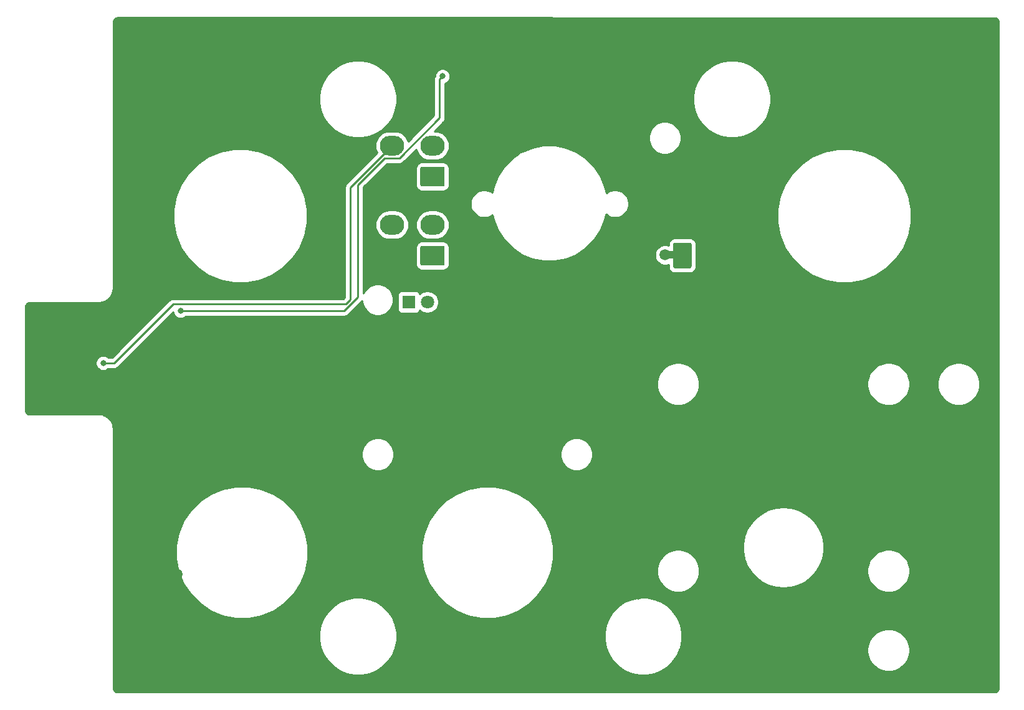
<source format=gbr>
%TF.GenerationSoftware,KiCad,Pcbnew,(5.1.9)-1*%
%TF.CreationDate,2022-08-07T13:29:13-06:00*%
%TF.ProjectId,ECS Panel PCB V2,45435320-5061-46e6-956c-205043422056,rev?*%
%TF.SameCoordinates,Original*%
%TF.FileFunction,Copper,L2,Bot*%
%TF.FilePolarity,Positive*%
%FSLAX46Y46*%
G04 Gerber Fmt 4.6, Leading zero omitted, Abs format (unit mm)*
G04 Created by KiCad (PCBNEW (5.1.9)-1) date 2022-08-07 13:29:13*
%MOMM*%
%LPD*%
G01*
G04 APERTURE LIST*
%TA.AperFunction,ComponentPad*%
%ADD10O,3.300000X2.700000*%
%TD*%
%TA.AperFunction,ComponentPad*%
%ADD11C,1.800000*%
%TD*%
%TA.AperFunction,ComponentPad*%
%ADD12R,1.800000X1.800000*%
%TD*%
%TA.AperFunction,ViaPad*%
%ADD13C,1.500000*%
%TD*%
%TA.AperFunction,ViaPad*%
%ADD14C,0.800000*%
%TD*%
%TA.AperFunction,Conductor*%
%ADD15C,1.000000*%
%TD*%
%TA.AperFunction,Conductor*%
%ADD16C,0.250000*%
%TD*%
%TA.AperFunction,Conductor*%
%ADD17C,0.254000*%
%TD*%
%TA.AperFunction,Conductor*%
%ADD18C,0.100000*%
%TD*%
G04 APERTURE END LIST*
D10*
%TO.P,J2,4*%
%TO.N,/DATAOUT*%
X71936000Y-95800000D03*
%TO.P,J2,3*%
%TO.N,/LEDGND*%
X71936000Y-100000000D03*
%TO.P,J2,2*%
%TO.N,/LED+5V*%
X77436000Y-95800000D03*
%TO.P,J2,1*%
%TA.AperFunction,ComponentPad*%
G36*
G01*
X78835999Y-101350000D02*
X76036001Y-101350000D01*
G75*
G02*
X75786000Y-101099999I0J250001D01*
G01*
X75786000Y-98900001D01*
G75*
G02*
X76036001Y-98650000I250001J0D01*
G01*
X78835999Y-98650000D01*
G75*
G02*
X79086000Y-98900001I0J-250001D01*
G01*
X79086000Y-101099999D01*
G75*
G02*
X78835999Y-101350000I-250001J0D01*
G01*
G37*
%TD.AperFunction*%
%TD*%
%TO.P,J1,4*%
%TO.N,/DATAIN*%
X71936000Y-85048600D03*
%TO.P,J1,3*%
%TO.N,/LEDGND*%
X71936000Y-89248600D03*
%TO.P,J1,2*%
%TO.N,/LED+5V*%
X77436000Y-85048600D03*
%TO.P,J1,1*%
%TA.AperFunction,ComponentPad*%
G36*
G01*
X78835999Y-90598600D02*
X76036001Y-90598600D01*
G75*
G02*
X75786000Y-90348599I0J250001D01*
G01*
X75786000Y-88148601D01*
G75*
G02*
X76036001Y-87898600I250001J0D01*
G01*
X78835999Y-87898600D01*
G75*
G02*
X79086000Y-88148601I0J-250001D01*
G01*
X79086000Y-90348599D01*
G75*
G02*
X78835999Y-90598600I-250001J0D01*
G01*
G37*
%TD.AperFunction*%
%TD*%
D11*
%TO.P,D1,2*%
%TO.N,/LED+5V*%
X76740000Y-106300000D03*
D12*
%TO.P,D1,1*%
%TO.N,Net-(D1-Pad1)*%
X74200000Y-106300000D03*
%TD*%
%TO.P,C1,2*%
%TO.N,/LEDGND*%
%TA.AperFunction,SMDPad,CuDef*%
G36*
G01*
X112379000Y-95223000D02*
X110379000Y-95223000D01*
G75*
G02*
X110129000Y-94973000I0J250000D01*
G01*
X110129000Y-91973000D01*
G75*
G02*
X110379000Y-91723000I250000J0D01*
G01*
X112379000Y-91723000D01*
G75*
G02*
X112629000Y-91973000I0J-250000D01*
G01*
X112629000Y-94973000D01*
G75*
G02*
X112379000Y-95223000I-250000J0D01*
G01*
G37*
%TD.AperFunction*%
%TO.P,C1,1*%
%TO.N,/LED+5V*%
%TA.AperFunction,SMDPad,CuDef*%
G36*
G01*
X112379000Y-101723000D02*
X110379000Y-101723000D01*
G75*
G02*
X110129000Y-101473000I0J250000D01*
G01*
X110129000Y-98473000D01*
G75*
G02*
X110379000Y-98223000I250000J0D01*
G01*
X112379000Y-98223000D01*
G75*
G02*
X112629000Y-98473000I0J-250000D01*
G01*
X112629000Y-101473000D01*
G75*
G02*
X112379000Y-101723000I-250000J0D01*
G01*
G37*
%TD.AperFunction*%
%TD*%
D13*
%TO.N,/LEDGND*%
X74000000Y-112200000D03*
X90600000Y-131300000D03*
X90600000Y-125600000D03*
X75000000Y-140300000D03*
X56700000Y-156100000D03*
X41195000Y-95000000D03*
X124100000Y-100900000D03*
X142800000Y-110200000D03*
X127700000Y-110400000D03*
X135200000Y-110200000D03*
X123300000Y-91300000D03*
X138500000Y-84200000D03*
X145600000Y-80700000D03*
X142100000Y-75100000D03*
X131300000Y-78300000D03*
X131300000Y-157400000D03*
X149600000Y-145400000D03*
X153100000Y-131100000D03*
X146100000Y-131200000D03*
X134365000Y-120900000D03*
X129400000Y-119400000D03*
X130600000Y-123900000D03*
X119535000Y-121100000D03*
X105400000Y-146000000D03*
X97600000Y-146000000D03*
X89916000Y-155194000D03*
X82890000Y-155200000D03*
X77830000Y-147200000D03*
X49840000Y-156270000D03*
X67160000Y-142040000D03*
X60680000Y-126230000D03*
X128490000Y-83710000D03*
X90650000Y-74190000D03*
X100860000Y-71590000D03*
X109420000Y-77690000D03*
X97470000Y-80710000D03*
X88710000Y-80450000D03*
X81870000Y-79500000D03*
X81840000Y-114970000D03*
X94830000Y-111860000D03*
X91920000Y-105790000D03*
X105400000Y-106270000D03*
X104470000Y-113850000D03*
X102898000Y-123022000D03*
X95950000Y-121040000D03*
X78110000Y-120910000D03*
X90120000Y-119960000D03*
X70550000Y-120970000D03*
X62830000Y-121030000D03*
X51730000Y-118200000D03*
X39880000Y-123470000D03*
X63530000Y-98930000D03*
X62210000Y-110630000D03*
X54530000Y-110690000D03*
X46260000Y-110450000D03*
X31670000Y-118940000D03*
X31430000Y-112190000D03*
X43110000Y-101650000D03*
X45775000Y-83725000D03*
X60700000Y-80000000D03*
X55912500Y-84912500D03*
X57579500Y-132179500D03*
X42695300Y-143295300D03*
X46000000Y-129700000D03*
%TO.N,/LED+5V*%
X109019600Y-99893000D03*
D14*
%TO.N,/DATAIN*%
X32700000Y-114600000D03*
%TO.N,Net-(D12-Pad2)*%
X43200000Y-107500000D03*
X78800000Y-75600000D03*
%TD*%
D15*
%TO.N,/LED+5V*%
X109019600Y-99893000D02*
X111299000Y-99893000D01*
X111299000Y-99893000D02*
X111379000Y-99973000D01*
D16*
%TO.N,/DATAIN*%
X71936000Y-85048600D02*
X66300000Y-90684600D01*
X66300000Y-105981000D02*
X65681000Y-106600000D01*
X66300000Y-90684600D02*
X66300000Y-105981000D01*
X65681000Y-106600000D02*
X42200000Y-106600000D01*
X42200000Y-106600000D02*
X34200000Y-114600000D01*
X34200000Y-114600000D02*
X32700000Y-114600000D01*
X32700000Y-114600000D02*
X32700000Y-114600000D01*
%TO.N,Net-(D12-Pad2)*%
X72929811Y-86723610D02*
X78400000Y-81253421D01*
X65417410Y-107500000D02*
X67300000Y-105617410D01*
X43200000Y-107500000D02*
X65417410Y-107500000D01*
X70942189Y-86723610D02*
X72929811Y-86723610D01*
X67300000Y-105617410D02*
X67300000Y-90365799D01*
X67300000Y-90365799D02*
X70942189Y-86723610D01*
X78400000Y-81253421D02*
X78400000Y-76000000D01*
X78400000Y-76000000D02*
X78800000Y-75600000D01*
X78800000Y-75600000D02*
X78800000Y-75600000D01*
%TD*%
D17*
%TO.N,/LEDGND*%
X153669527Y-67665194D02*
X153831460Y-67677872D01*
X153950313Y-67711228D01*
X154060414Y-67767029D01*
X154157587Y-67843158D01*
X154238120Y-67936710D01*
X154298947Y-68044119D01*
X154337753Y-68161299D01*
X154356201Y-68308920D01*
X154356200Y-158647998D01*
X154343528Y-158809862D01*
X154310173Y-158928710D01*
X154254370Y-159038815D01*
X154178242Y-159135987D01*
X154084691Y-159216520D01*
X153977283Y-159277346D01*
X153860103Y-159316153D01*
X153712488Y-159334600D01*
X34747602Y-159334600D01*
X34585738Y-159321928D01*
X34466890Y-159288573D01*
X34356785Y-159232770D01*
X34259613Y-159156642D01*
X34179080Y-159063091D01*
X34118254Y-158955683D01*
X34079447Y-158838503D01*
X34060998Y-158690873D01*
X34060787Y-151219861D01*
X62033000Y-151219861D01*
X62033000Y-152259339D01*
X62235792Y-153278844D01*
X62633583Y-154239197D01*
X63211087Y-155103491D01*
X63946109Y-155838513D01*
X64810403Y-156416017D01*
X65770756Y-156813808D01*
X66790261Y-157016600D01*
X67829739Y-157016600D01*
X68849244Y-156813808D01*
X69809597Y-156416017D01*
X70673891Y-155838513D01*
X71408913Y-155103491D01*
X71986417Y-154239197D01*
X72384208Y-153278844D01*
X72587000Y-152259339D01*
X72587000Y-151219861D01*
X100768000Y-151219861D01*
X100768000Y-152259339D01*
X100970792Y-153278844D01*
X101368583Y-154239197D01*
X101946087Y-155103491D01*
X102681109Y-155838513D01*
X103545403Y-156416017D01*
X104505756Y-156813808D01*
X105525261Y-157016600D01*
X106564739Y-157016600D01*
X107584244Y-156813808D01*
X108544597Y-156416017D01*
X109408891Y-155838513D01*
X110143913Y-155103491D01*
X110721417Y-154239197D01*
X111092456Y-153343428D01*
X136488851Y-153343428D01*
X136488851Y-153913428D01*
X136600052Y-154472474D01*
X136818182Y-154999085D01*
X137134856Y-155473022D01*
X137537906Y-155876072D01*
X138011843Y-156192746D01*
X138538454Y-156410876D01*
X139097500Y-156522077D01*
X139667500Y-156522077D01*
X140226546Y-156410876D01*
X140753157Y-156192746D01*
X141227094Y-155876072D01*
X141630144Y-155473022D01*
X141946818Y-154999085D01*
X142164948Y-154472474D01*
X142276149Y-153913428D01*
X142276149Y-153343428D01*
X142164948Y-152784382D01*
X141946818Y-152257771D01*
X141630144Y-151783834D01*
X141227094Y-151380784D01*
X140753157Y-151064110D01*
X140226546Y-150845980D01*
X139667500Y-150734779D01*
X139097500Y-150734779D01*
X138538454Y-150845980D01*
X138011843Y-151064110D01*
X137537906Y-151380784D01*
X137134856Y-151783834D01*
X136818182Y-152257771D01*
X136600052Y-152784382D01*
X136488851Y-153343428D01*
X111092456Y-153343428D01*
X111119208Y-153278844D01*
X111322000Y-152259339D01*
X111322000Y-151219861D01*
X111119208Y-150200356D01*
X110721417Y-149240003D01*
X110143913Y-148375709D01*
X109408891Y-147640687D01*
X108544597Y-147063183D01*
X107584244Y-146665392D01*
X106564739Y-146462600D01*
X105525261Y-146462600D01*
X104505756Y-146665392D01*
X103545403Y-147063183D01*
X102681109Y-147640687D01*
X101946087Y-148375709D01*
X101368583Y-149240003D01*
X100970792Y-150200356D01*
X100768000Y-151219861D01*
X72587000Y-151219861D01*
X72384208Y-150200356D01*
X71986417Y-149240003D01*
X71408913Y-148375709D01*
X70673891Y-147640687D01*
X69809597Y-147063183D01*
X68849244Y-146665392D01*
X67829739Y-146462600D01*
X66790261Y-146462600D01*
X65770756Y-146665392D01*
X64810403Y-147063183D01*
X63946109Y-147640687D01*
X63211087Y-148375709D01*
X62633583Y-149240003D01*
X62235792Y-150200356D01*
X62033000Y-151219861D01*
X34060787Y-151219861D01*
X34060453Y-139425443D01*
X42585000Y-139425443D01*
X42585000Y-141193757D01*
X42929981Y-142928094D01*
X43606686Y-144561804D01*
X44589109Y-146032104D01*
X45839496Y-147282491D01*
X47309796Y-148264914D01*
X48943506Y-148941619D01*
X50677843Y-149286600D01*
X52446157Y-149286600D01*
X54180494Y-148941619D01*
X55814204Y-148264914D01*
X57284504Y-147282491D01*
X58534891Y-146032104D01*
X59517314Y-144561804D01*
X60194019Y-142928094D01*
X60539000Y-141193757D01*
X60539000Y-139425443D01*
X75922499Y-139425443D01*
X75922499Y-141193757D01*
X76267480Y-142928094D01*
X76944185Y-144561804D01*
X77926608Y-146032104D01*
X79176995Y-147282491D01*
X80647295Y-148264914D01*
X82281005Y-148941619D01*
X84015342Y-149286600D01*
X85783656Y-149286600D01*
X87517993Y-148941619D01*
X89151703Y-148264914D01*
X90622003Y-147282491D01*
X91872390Y-146032104D01*
X92854813Y-144561804D01*
X93531518Y-142928094D01*
X93603821Y-142564601D01*
X107913852Y-142564601D01*
X107913852Y-143134599D01*
X108025053Y-143693646D01*
X108243183Y-144220256D01*
X108559857Y-144694193D01*
X108962907Y-145097243D01*
X109436844Y-145413917D01*
X109963454Y-145632047D01*
X110522501Y-145743248D01*
X111092499Y-145743248D01*
X111651546Y-145632047D01*
X112178156Y-145413917D01*
X112652093Y-145097243D01*
X113055143Y-144694193D01*
X113371817Y-144220256D01*
X113589947Y-143693646D01*
X113701148Y-143134599D01*
X113701148Y-142564601D01*
X113589947Y-142005554D01*
X113371817Y-141478944D01*
X113055143Y-141005007D01*
X112652093Y-140601957D01*
X112178156Y-140285283D01*
X111651546Y-140067153D01*
X111092499Y-139955952D01*
X110522501Y-139955952D01*
X109963454Y-140067153D01*
X109436844Y-140285283D01*
X108962907Y-140601957D01*
X108559857Y-141005007D01*
X108243183Y-141478944D01*
X108025053Y-142005554D01*
X107913852Y-142564601D01*
X93603821Y-142564601D01*
X93876499Y-141193757D01*
X93876499Y-139425443D01*
X93824795Y-139165509D01*
X119601037Y-139165509D01*
X119601037Y-140183691D01*
X119788127Y-141184536D01*
X120155937Y-142133961D01*
X120691940Y-142999637D01*
X121377884Y-143752082D01*
X122190411Y-144365673D01*
X123101849Y-144819516D01*
X124081162Y-145098154D01*
X125095000Y-145192100D01*
X126108838Y-145098154D01*
X127088151Y-144819516D01*
X127999589Y-144365673D01*
X128812116Y-143752082D01*
X129498060Y-142999637D01*
X129767423Y-142564600D01*
X136488851Y-142564600D01*
X136488851Y-143134600D01*
X136600052Y-143693646D01*
X136818182Y-144220257D01*
X137134856Y-144694194D01*
X137537906Y-145097244D01*
X138011843Y-145413918D01*
X138538454Y-145632048D01*
X139097500Y-145743249D01*
X139667500Y-145743249D01*
X140226546Y-145632048D01*
X140753157Y-145413918D01*
X141227094Y-145097244D01*
X141630144Y-144694194D01*
X141946818Y-144220257D01*
X142164948Y-143693646D01*
X142276149Y-143134600D01*
X142276149Y-142564600D01*
X142164948Y-142005554D01*
X141946818Y-141478943D01*
X141630144Y-141005006D01*
X141227094Y-140601956D01*
X140753157Y-140285282D01*
X140226546Y-140067152D01*
X139667500Y-139955951D01*
X139097500Y-139955951D01*
X138538454Y-140067152D01*
X138011843Y-140285282D01*
X137537906Y-140601956D01*
X137134856Y-141005006D01*
X136818182Y-141478943D01*
X136600052Y-142005554D01*
X136488851Y-142564600D01*
X129767423Y-142564600D01*
X130034063Y-142133961D01*
X130401873Y-141184536D01*
X130588963Y-140183691D01*
X130588963Y-139165509D01*
X130401873Y-138164664D01*
X130034063Y-137215239D01*
X129498060Y-136349563D01*
X128812116Y-135597118D01*
X127999589Y-134983527D01*
X127088151Y-134529684D01*
X126108838Y-134251046D01*
X125095000Y-134157100D01*
X124081162Y-134251046D01*
X123101849Y-134529684D01*
X122190411Y-134983527D01*
X121377884Y-135597118D01*
X120691940Y-136349563D01*
X120155937Y-137215239D01*
X119788127Y-138164664D01*
X119601037Y-139165509D01*
X93824795Y-139165509D01*
X93531518Y-137691106D01*
X92854813Y-136057396D01*
X91872390Y-134587096D01*
X90622003Y-133336709D01*
X89151703Y-132354286D01*
X87517993Y-131677581D01*
X85783656Y-131332600D01*
X84015342Y-131332600D01*
X82281005Y-131677581D01*
X80647295Y-132354286D01*
X79176995Y-133336709D01*
X77926608Y-134587096D01*
X76944185Y-136057396D01*
X76267480Y-137691106D01*
X75922499Y-139425443D01*
X60539000Y-139425443D01*
X60194019Y-137691106D01*
X59517314Y-136057396D01*
X58534891Y-134587096D01*
X57284504Y-133336709D01*
X55814204Y-132354286D01*
X54180494Y-131677581D01*
X52446157Y-131332600D01*
X50677843Y-131332600D01*
X48943506Y-131677581D01*
X47309796Y-132354286D01*
X45839496Y-133336709D01*
X44589109Y-134587096D01*
X43606686Y-136057396D01*
X42929981Y-137691106D01*
X42585000Y-139425443D01*
X34060453Y-139425443D01*
X34060094Y-126781422D01*
X67780738Y-126781422D01*
X67780738Y-127218578D01*
X67866023Y-127647335D01*
X68033316Y-128051215D01*
X68276187Y-128414697D01*
X68585303Y-128723813D01*
X68948785Y-128966684D01*
X69352665Y-129133977D01*
X69781422Y-129219262D01*
X70218578Y-129219262D01*
X70647335Y-129133977D01*
X71051215Y-128966684D01*
X71414697Y-128723813D01*
X71723813Y-128414697D01*
X71966684Y-128051215D01*
X72133977Y-127647335D01*
X72219262Y-127218578D01*
X72219262Y-126781422D01*
X94780738Y-126781422D01*
X94780738Y-127218578D01*
X94866023Y-127647335D01*
X95033316Y-128051215D01*
X95276187Y-128414697D01*
X95585303Y-128723813D01*
X95948785Y-128966684D01*
X96352665Y-129133977D01*
X96781422Y-129219262D01*
X97218578Y-129219262D01*
X97647335Y-129133977D01*
X98051215Y-128966684D01*
X98414697Y-128723813D01*
X98723813Y-128414697D01*
X98966684Y-128051215D01*
X99133977Y-127647335D01*
X99219262Y-127218578D01*
X99219262Y-126781422D01*
X99133977Y-126352665D01*
X98966684Y-125948785D01*
X98723813Y-125585303D01*
X98414697Y-125276187D01*
X98051215Y-125033316D01*
X97647335Y-124866023D01*
X97218578Y-124780738D01*
X96781422Y-124780738D01*
X96352665Y-124866023D01*
X95948785Y-125033316D01*
X95585303Y-125276187D01*
X95276187Y-125585303D01*
X95033316Y-125948785D01*
X94866023Y-126352665D01*
X94780738Y-126781422D01*
X72219262Y-126781422D01*
X72133977Y-126352665D01*
X71966684Y-125948785D01*
X71723813Y-125585303D01*
X71414697Y-125276187D01*
X71051215Y-125033316D01*
X70647335Y-124866023D01*
X70218578Y-124780738D01*
X69781422Y-124780738D01*
X69352665Y-124866023D01*
X68948785Y-125033316D01*
X68585303Y-125276187D01*
X68276187Y-125585303D01*
X68033316Y-125948785D01*
X67866023Y-126352665D01*
X67780738Y-126781422D01*
X34060094Y-126781422D01*
X34059999Y-123436963D01*
X34055869Y-123395044D01*
X34055776Y-123387665D01*
X34054697Y-123378513D01*
X34052540Y-123361251D01*
X34050446Y-123339999D01*
X34049490Y-123336848D01*
X34023340Y-123127598D01*
X34010164Y-123069244D01*
X33997807Y-123010722D01*
X33994971Y-123001954D01*
X33915476Y-122761909D01*
X33891218Y-122707227D01*
X33867726Y-122652213D01*
X33863241Y-122644163D01*
X33738634Y-122424131D01*
X33704238Y-122375233D01*
X33670489Y-122325801D01*
X33664526Y-122318776D01*
X33499554Y-122127136D01*
X33456291Y-122085827D01*
X33413606Y-122043914D01*
X33406391Y-122038180D01*
X33207338Y-121882234D01*
X33156875Y-121850115D01*
X33106865Y-121817293D01*
X33098675Y-121813070D01*
X32873123Y-121698757D01*
X32817395Y-121677055D01*
X32761948Y-121654567D01*
X32753093Y-121652015D01*
X32509634Y-121583688D01*
X32450723Y-121573219D01*
X32391991Y-121561934D01*
X32382810Y-121561150D01*
X32136403Y-121541859D01*
X32109815Y-121539314D01*
X22808713Y-121564730D01*
X22647738Y-121552128D01*
X22528890Y-121518773D01*
X22418785Y-121462970D01*
X22321613Y-121386842D01*
X22241080Y-121293291D01*
X22180254Y-121185883D01*
X22141447Y-121068703D01*
X22123000Y-120921088D01*
X22123000Y-117164601D01*
X107913852Y-117164601D01*
X107913852Y-117734599D01*
X108025053Y-118293646D01*
X108243183Y-118820256D01*
X108559857Y-119294193D01*
X108962907Y-119697243D01*
X109436844Y-120013917D01*
X109963454Y-120232047D01*
X110522501Y-120343248D01*
X111092499Y-120343248D01*
X111651546Y-120232047D01*
X112178156Y-120013917D01*
X112652093Y-119697243D01*
X113055143Y-119294193D01*
X113371817Y-118820256D01*
X113589947Y-118293646D01*
X113701148Y-117734599D01*
X113701148Y-117164601D01*
X113701148Y-117164600D01*
X136488851Y-117164600D01*
X136488851Y-117734600D01*
X136600052Y-118293646D01*
X136818182Y-118820257D01*
X137134856Y-119294194D01*
X137537906Y-119697244D01*
X138011843Y-120013918D01*
X138538454Y-120232048D01*
X139097500Y-120343249D01*
X139667500Y-120343249D01*
X140226546Y-120232048D01*
X140753157Y-120013918D01*
X141227094Y-119697244D01*
X141630144Y-119294194D01*
X141946818Y-118820257D01*
X142164948Y-118293646D01*
X142276149Y-117734600D01*
X142276149Y-117164600D01*
X146013851Y-117164600D01*
X146013851Y-117734600D01*
X146125052Y-118293646D01*
X146343182Y-118820257D01*
X146659856Y-119294194D01*
X147062906Y-119697244D01*
X147536843Y-120013918D01*
X148063454Y-120232048D01*
X148622500Y-120343249D01*
X149192500Y-120343249D01*
X149751546Y-120232048D01*
X150278157Y-120013918D01*
X150752094Y-119697244D01*
X151155144Y-119294194D01*
X151471818Y-118820257D01*
X151689948Y-118293646D01*
X151801149Y-117734600D01*
X151801149Y-117164600D01*
X151689948Y-116605554D01*
X151471818Y-116078943D01*
X151155144Y-115605006D01*
X150752094Y-115201956D01*
X150278157Y-114885282D01*
X149751546Y-114667152D01*
X149192500Y-114555951D01*
X148622500Y-114555951D01*
X148063454Y-114667152D01*
X147536843Y-114885282D01*
X147062906Y-115201956D01*
X146659856Y-115605006D01*
X146343182Y-116078943D01*
X146125052Y-116605554D01*
X146013851Y-117164600D01*
X142276149Y-117164600D01*
X142164948Y-116605554D01*
X141946818Y-116078943D01*
X141630144Y-115605006D01*
X141227094Y-115201956D01*
X140753157Y-114885282D01*
X140226546Y-114667152D01*
X139667500Y-114555951D01*
X139097500Y-114555951D01*
X138538454Y-114667152D01*
X138011843Y-114885282D01*
X137537906Y-115201956D01*
X137134856Y-115605006D01*
X136818182Y-116078943D01*
X136600052Y-116605554D01*
X136488851Y-117164600D01*
X113701148Y-117164600D01*
X113589947Y-116605554D01*
X113371817Y-116078944D01*
X113055143Y-115605007D01*
X112652093Y-115201957D01*
X112178156Y-114885283D01*
X111651546Y-114667153D01*
X111092499Y-114555952D01*
X110522501Y-114555952D01*
X109963454Y-114667153D01*
X109436844Y-114885283D01*
X108962907Y-115201957D01*
X108559857Y-115605007D01*
X108243183Y-116078944D01*
X108025053Y-116605554D01*
X107913852Y-117164601D01*
X22123000Y-117164601D01*
X22123000Y-114498061D01*
X31665000Y-114498061D01*
X31665000Y-114701939D01*
X31704774Y-114901898D01*
X31782795Y-115090256D01*
X31896063Y-115259774D01*
X32040226Y-115403937D01*
X32209744Y-115517205D01*
X32398102Y-115595226D01*
X32598061Y-115635000D01*
X32801939Y-115635000D01*
X33001898Y-115595226D01*
X33190256Y-115517205D01*
X33359774Y-115403937D01*
X33403711Y-115360000D01*
X34162678Y-115360000D01*
X34200000Y-115363676D01*
X34237322Y-115360000D01*
X34237333Y-115360000D01*
X34348986Y-115349003D01*
X34492247Y-115305546D01*
X34624276Y-115234974D01*
X34740001Y-115140001D01*
X34763804Y-115110997D01*
X42182896Y-107691907D01*
X42204774Y-107801898D01*
X42282795Y-107990256D01*
X42396063Y-108159774D01*
X42540226Y-108303937D01*
X42709744Y-108417205D01*
X42898102Y-108495226D01*
X43098061Y-108535000D01*
X43301939Y-108535000D01*
X43501898Y-108495226D01*
X43690256Y-108417205D01*
X43859774Y-108303937D01*
X43903711Y-108260000D01*
X65380088Y-108260000D01*
X65417410Y-108263676D01*
X65454732Y-108260000D01*
X65454743Y-108260000D01*
X65566396Y-108249003D01*
X65709657Y-108205546D01*
X65841686Y-108134974D01*
X65957411Y-108040001D01*
X65981214Y-108010997D01*
X67811004Y-106181208D01*
X67840001Y-106157411D01*
X67866569Y-106125038D01*
X67866569Y-106210125D01*
X67948555Y-106622299D01*
X68109378Y-107010559D01*
X68342856Y-107359983D01*
X68640017Y-107657144D01*
X68989441Y-107890622D01*
X69377701Y-108051445D01*
X69789875Y-108133431D01*
X70210125Y-108133431D01*
X70622299Y-108051445D01*
X71010559Y-107890622D01*
X71359983Y-107657144D01*
X71657144Y-107359983D01*
X71890622Y-107010559D01*
X72051445Y-106622299D01*
X72133431Y-106210125D01*
X72133431Y-105789875D01*
X72055881Y-105400000D01*
X72661928Y-105400000D01*
X72661928Y-107200000D01*
X72674188Y-107324482D01*
X72710498Y-107444180D01*
X72769463Y-107554494D01*
X72848815Y-107651185D01*
X72945506Y-107730537D01*
X73055820Y-107789502D01*
X73175518Y-107825812D01*
X73300000Y-107838072D01*
X75100000Y-107838072D01*
X75224482Y-107825812D01*
X75344180Y-107789502D01*
X75454494Y-107730537D01*
X75551185Y-107651185D01*
X75630537Y-107554494D01*
X75689502Y-107444180D01*
X75695056Y-107425873D01*
X75761495Y-107492312D01*
X76012905Y-107660299D01*
X76292257Y-107776011D01*
X76588816Y-107835000D01*
X76891184Y-107835000D01*
X77187743Y-107776011D01*
X77467095Y-107660299D01*
X77718505Y-107492312D01*
X77932312Y-107278505D01*
X78100299Y-107027095D01*
X78216011Y-106747743D01*
X78275000Y-106451184D01*
X78275000Y-106148816D01*
X78216011Y-105852257D01*
X78100299Y-105572905D01*
X77932312Y-105321495D01*
X77718505Y-105107688D01*
X77467095Y-104939701D01*
X77187743Y-104823989D01*
X76891184Y-104765000D01*
X76588816Y-104765000D01*
X76292257Y-104823989D01*
X76012905Y-104939701D01*
X75761495Y-105107688D01*
X75695056Y-105174127D01*
X75689502Y-105155820D01*
X75630537Y-105045506D01*
X75551185Y-104948815D01*
X75454494Y-104869463D01*
X75344180Y-104810498D01*
X75224482Y-104774188D01*
X75100000Y-104761928D01*
X73300000Y-104761928D01*
X73175518Y-104774188D01*
X73055820Y-104810498D01*
X72945506Y-104869463D01*
X72848815Y-104948815D01*
X72769463Y-105045506D01*
X72710498Y-105155820D01*
X72674188Y-105275518D01*
X72661928Y-105400000D01*
X72055881Y-105400000D01*
X72051445Y-105377701D01*
X71890622Y-104989441D01*
X71657144Y-104640017D01*
X71359983Y-104342856D01*
X71010559Y-104109378D01*
X70622299Y-103948555D01*
X70210125Y-103866569D01*
X69789875Y-103866569D01*
X69377701Y-103948555D01*
X68989441Y-104109378D01*
X68640017Y-104342856D01*
X68342856Y-104640017D01*
X68109378Y-104989441D01*
X68060000Y-105108650D01*
X68060000Y-98900001D01*
X75147928Y-98900001D01*
X75147928Y-101099999D01*
X75164992Y-101273253D01*
X75215529Y-101439850D01*
X75297595Y-101593386D01*
X75408039Y-101727961D01*
X75542614Y-101838405D01*
X75696150Y-101920471D01*
X75862747Y-101971008D01*
X76036001Y-101988072D01*
X78835999Y-101988072D01*
X79009253Y-101971008D01*
X79175850Y-101920471D01*
X79329386Y-101838405D01*
X79463961Y-101727961D01*
X79574405Y-101593386D01*
X79656471Y-101439850D01*
X79707008Y-101273253D01*
X79724072Y-101099999D01*
X79724072Y-98900001D01*
X79707008Y-98726747D01*
X79656471Y-98560150D01*
X79574405Y-98406614D01*
X79463961Y-98272039D01*
X79329386Y-98161595D01*
X79175850Y-98079529D01*
X79009253Y-98028992D01*
X78835999Y-98011928D01*
X76036001Y-98011928D01*
X75862747Y-98028992D01*
X75696150Y-98079529D01*
X75542614Y-98161595D01*
X75408039Y-98272039D01*
X75297595Y-98406614D01*
X75215529Y-98560150D01*
X75164992Y-98726747D01*
X75147928Y-98900001D01*
X68060000Y-98900001D01*
X68060000Y-95800000D01*
X69641396Y-95800000D01*
X69679722Y-96189128D01*
X69793226Y-96563302D01*
X69977547Y-96908143D01*
X70225602Y-97210398D01*
X70527857Y-97458453D01*
X70872698Y-97642774D01*
X71246872Y-97756278D01*
X71538490Y-97785000D01*
X72333510Y-97785000D01*
X72625128Y-97756278D01*
X72999302Y-97642774D01*
X73344143Y-97458453D01*
X73646398Y-97210398D01*
X73894453Y-96908143D01*
X74078774Y-96563302D01*
X74192278Y-96189128D01*
X74230604Y-95800000D01*
X75141396Y-95800000D01*
X75179722Y-96189128D01*
X75293226Y-96563302D01*
X75477547Y-96908143D01*
X75725602Y-97210398D01*
X76027857Y-97458453D01*
X76372698Y-97642774D01*
X76746872Y-97756278D01*
X77038490Y-97785000D01*
X77833510Y-97785000D01*
X78125128Y-97756278D01*
X78499302Y-97642774D01*
X78844143Y-97458453D01*
X79146398Y-97210398D01*
X79394453Y-96908143D01*
X79578774Y-96563302D01*
X79692278Y-96189128D01*
X79730604Y-95800000D01*
X79692278Y-95410872D01*
X79578774Y-95036698D01*
X79394453Y-94691857D01*
X79146398Y-94389602D01*
X78844143Y-94141547D01*
X78499302Y-93957226D01*
X78125128Y-93843722D01*
X77833510Y-93815000D01*
X77038490Y-93815000D01*
X76746872Y-93843722D01*
X76372698Y-93957226D01*
X76027857Y-94141547D01*
X75725602Y-94389602D01*
X75477547Y-94691857D01*
X75293226Y-95036698D01*
X75179722Y-95410872D01*
X75141396Y-95800000D01*
X74230604Y-95800000D01*
X74192278Y-95410872D01*
X74078774Y-95036698D01*
X73894453Y-94691857D01*
X73646398Y-94389602D01*
X73344143Y-94141547D01*
X72999302Y-93957226D01*
X72625128Y-93843722D01*
X72333510Y-93815000D01*
X71538490Y-93815000D01*
X71246872Y-93843722D01*
X70872698Y-93957226D01*
X70527857Y-94141547D01*
X70225602Y-94389602D01*
X69977547Y-94691857D01*
X69793226Y-95036698D01*
X69679722Y-95410872D01*
X69641396Y-95800000D01*
X68060000Y-95800000D01*
X68060000Y-92752944D01*
X82570000Y-92752944D01*
X82570000Y-93124256D01*
X82642439Y-93488434D01*
X82784534Y-93831482D01*
X82990825Y-94140218D01*
X83253382Y-94402775D01*
X83562118Y-94609066D01*
X83905166Y-94751161D01*
X84269344Y-94823600D01*
X84640656Y-94823600D01*
X85004834Y-94751161D01*
X85347882Y-94609066D01*
X85564756Y-94464155D01*
X85700709Y-95147636D01*
X86294494Y-96581158D01*
X87156535Y-97871295D01*
X88253705Y-98968465D01*
X89543842Y-99830506D01*
X90977364Y-100424291D01*
X92499183Y-100727000D01*
X94050817Y-100727000D01*
X95572636Y-100424291D01*
X97006158Y-99830506D01*
X97116782Y-99756589D01*
X107634600Y-99756589D01*
X107634600Y-100029411D01*
X107687825Y-100296989D01*
X107792229Y-100549043D01*
X107943801Y-100775886D01*
X108136714Y-100968799D01*
X108363557Y-101120371D01*
X108615611Y-101224775D01*
X108883189Y-101278000D01*
X109156011Y-101278000D01*
X109423589Y-101224775D01*
X109490928Y-101196882D01*
X109490928Y-101473000D01*
X109507992Y-101646254D01*
X109558528Y-101812850D01*
X109640595Y-101966386D01*
X109751038Y-102100962D01*
X109885614Y-102211405D01*
X110039150Y-102293472D01*
X110205746Y-102344008D01*
X110379000Y-102361072D01*
X112379000Y-102361072D01*
X112552254Y-102344008D01*
X112718850Y-102293472D01*
X112872386Y-102211405D01*
X113006962Y-102100962D01*
X113117405Y-101966386D01*
X113199472Y-101812850D01*
X113250008Y-101646254D01*
X113267072Y-101473000D01*
X113267072Y-98473000D01*
X113250008Y-98299746D01*
X113199472Y-98133150D01*
X113117405Y-97979614D01*
X113006962Y-97845038D01*
X112872386Y-97734595D01*
X112718850Y-97652528D01*
X112552254Y-97601992D01*
X112379000Y-97584928D01*
X110379000Y-97584928D01*
X110205746Y-97601992D01*
X110039150Y-97652528D01*
X109885614Y-97734595D01*
X109751038Y-97845038D01*
X109640595Y-97979614D01*
X109558528Y-98133150D01*
X109507992Y-98299746D01*
X109490928Y-98473000D01*
X109490928Y-98589118D01*
X109423589Y-98561225D01*
X109156011Y-98508000D01*
X108883189Y-98508000D01*
X108615611Y-98561225D01*
X108363557Y-98665629D01*
X108136714Y-98817201D01*
X107943801Y-99010114D01*
X107792229Y-99236957D01*
X107687825Y-99489011D01*
X107634600Y-99756589D01*
X97116782Y-99756589D01*
X98296295Y-98968465D01*
X99393465Y-97871295D01*
X100255506Y-96581158D01*
X100849291Y-95147636D01*
X101003414Y-94372807D01*
X101033382Y-94402775D01*
X101342118Y-94609066D01*
X101685166Y-94751161D01*
X102049344Y-94823600D01*
X102420656Y-94823600D01*
X102784834Y-94751161D01*
X103127882Y-94609066D01*
X103436618Y-94402775D01*
X103699175Y-94140218D01*
X103905466Y-93831482D01*
X103963792Y-93690669D01*
X124223000Y-93690669D01*
X124223000Y-95488531D01*
X124573745Y-97251848D01*
X125261757Y-98912856D01*
X126260596Y-100407724D01*
X127531876Y-101679004D01*
X129026744Y-102677843D01*
X130687752Y-103365855D01*
X132451069Y-103716600D01*
X134248931Y-103716600D01*
X136012248Y-103365855D01*
X137673256Y-102677843D01*
X139168124Y-101679004D01*
X140439404Y-100407724D01*
X141438243Y-98912856D01*
X142126255Y-97251848D01*
X142477000Y-95488531D01*
X142477000Y-93690669D01*
X142126255Y-91927352D01*
X141438243Y-90266344D01*
X140439404Y-88771476D01*
X139168124Y-87500196D01*
X137673256Y-86501357D01*
X136012248Y-85813345D01*
X134248931Y-85462600D01*
X132451069Y-85462600D01*
X130687752Y-85813345D01*
X129026744Y-86501357D01*
X127531876Y-87500196D01*
X126260596Y-88771476D01*
X125261757Y-90266344D01*
X124573745Y-91927352D01*
X124223000Y-93690669D01*
X103963792Y-93690669D01*
X104047561Y-93488434D01*
X104120000Y-93124256D01*
X104120000Y-92752944D01*
X104047561Y-92388766D01*
X103905466Y-92045718D01*
X103699175Y-91736982D01*
X103436618Y-91474425D01*
X103127882Y-91268134D01*
X102784834Y-91126039D01*
X102420656Y-91053600D01*
X102049344Y-91053600D01*
X101685166Y-91126039D01*
X101342118Y-91268134D01*
X101033382Y-91474425D01*
X101032814Y-91474993D01*
X100849291Y-90552364D01*
X100255506Y-89118842D01*
X99393465Y-87828705D01*
X98296295Y-86731535D01*
X97006158Y-85869494D01*
X95572636Y-85275709D01*
X94050817Y-84973000D01*
X92499183Y-84973000D01*
X90977364Y-85275709D01*
X89737750Y-85789175D01*
X89701411Y-85796403D01*
X89359202Y-85938150D01*
X89051222Y-86143936D01*
X88886327Y-86308831D01*
X88253705Y-86731535D01*
X87156535Y-87828705D01*
X86294494Y-89118842D01*
X85700709Y-90552364D01*
X85533644Y-91392256D01*
X85347882Y-91268134D01*
X85004834Y-91126039D01*
X84640656Y-91053600D01*
X84269344Y-91053600D01*
X83905166Y-91126039D01*
X83562118Y-91268134D01*
X83253382Y-91474425D01*
X82990825Y-91736982D01*
X82784534Y-92045718D01*
X82642439Y-92388766D01*
X82570000Y-92752944D01*
X68060000Y-92752944D01*
X68060000Y-90680600D01*
X70591999Y-88148601D01*
X75147928Y-88148601D01*
X75147928Y-90348599D01*
X75164992Y-90521853D01*
X75215529Y-90688450D01*
X75297595Y-90841986D01*
X75408039Y-90976561D01*
X75542614Y-91087005D01*
X75696150Y-91169071D01*
X75862747Y-91219608D01*
X76036001Y-91236672D01*
X78835999Y-91236672D01*
X79009253Y-91219608D01*
X79175850Y-91169071D01*
X79329386Y-91087005D01*
X79463961Y-90976561D01*
X79574405Y-90841986D01*
X79656471Y-90688450D01*
X79707008Y-90521853D01*
X79724072Y-90348599D01*
X79724072Y-88148601D01*
X79707008Y-87975347D01*
X79656471Y-87808750D01*
X79574405Y-87655214D01*
X79463961Y-87520639D01*
X79329386Y-87410195D01*
X79175850Y-87328129D01*
X79009253Y-87277592D01*
X78835999Y-87260528D01*
X76036001Y-87260528D01*
X75862747Y-87277592D01*
X75696150Y-87328129D01*
X75542614Y-87410195D01*
X75408039Y-87520639D01*
X75297595Y-87655214D01*
X75215529Y-87808750D01*
X75164992Y-87975347D01*
X75147928Y-88148601D01*
X70591999Y-88148601D01*
X71256991Y-87483610D01*
X72892489Y-87483610D01*
X72929811Y-87487286D01*
X72967133Y-87483610D01*
X72967144Y-87483610D01*
X73078797Y-87472613D01*
X73222058Y-87429156D01*
X73354087Y-87358584D01*
X73469812Y-87263611D01*
X73493615Y-87234607D01*
X75205504Y-85522719D01*
X75293226Y-85811902D01*
X75477547Y-86156743D01*
X75725602Y-86458998D01*
X76027857Y-86707053D01*
X76372698Y-86891374D01*
X76746872Y-87004878D01*
X77038490Y-87033600D01*
X77833510Y-87033600D01*
X78125128Y-87004878D01*
X78499302Y-86891374D01*
X78844143Y-86707053D01*
X79146398Y-86458998D01*
X79394453Y-86156743D01*
X79578774Y-85811902D01*
X79692278Y-85437728D01*
X79730604Y-85048600D01*
X79692278Y-84659472D01*
X79578774Y-84285298D01*
X79394453Y-83940457D01*
X79263936Y-83781422D01*
X106780738Y-83781422D01*
X106780738Y-84218578D01*
X106866023Y-84647335D01*
X107033316Y-85051215D01*
X107276187Y-85414697D01*
X107585303Y-85723813D01*
X107948785Y-85966684D01*
X108352665Y-86133977D01*
X108781422Y-86219262D01*
X109218578Y-86219262D01*
X109647335Y-86133977D01*
X110051215Y-85966684D01*
X110414697Y-85723813D01*
X110723813Y-85414697D01*
X110966684Y-85051215D01*
X111133977Y-84647335D01*
X111219262Y-84218578D01*
X111219262Y-83781422D01*
X111133977Y-83352665D01*
X110966684Y-82948785D01*
X110723813Y-82585303D01*
X110414697Y-82276187D01*
X110051215Y-82033316D01*
X109647335Y-81866023D01*
X109218578Y-81780738D01*
X108781422Y-81780738D01*
X108352665Y-81866023D01*
X107948785Y-82033316D01*
X107585303Y-82276187D01*
X107276187Y-82585303D01*
X107033316Y-82948785D01*
X106866023Y-83352665D01*
X106780738Y-83781422D01*
X79263936Y-83781422D01*
X79146398Y-83638202D01*
X78844143Y-83390147D01*
X78499302Y-83205826D01*
X78125128Y-83092322D01*
X77833510Y-83063600D01*
X77664624Y-83063600D01*
X78911009Y-81817215D01*
X78940001Y-81793422D01*
X78963795Y-81764429D01*
X78963799Y-81764425D01*
X79034973Y-81677698D01*
X79034974Y-81677697D01*
X79105546Y-81545668D01*
X79149003Y-81402407D01*
X79160000Y-81290754D01*
X79160000Y-81290745D01*
X79163676Y-81253422D01*
X79160000Y-81216099D01*
X79160000Y-78194861D01*
X112833000Y-78194861D01*
X112833000Y-79234339D01*
X113035792Y-80253844D01*
X113433583Y-81214197D01*
X114011087Y-82078491D01*
X114746109Y-82813513D01*
X115610403Y-83391017D01*
X116570756Y-83788808D01*
X117590261Y-83991600D01*
X118629739Y-83991600D01*
X119649244Y-83788808D01*
X120609597Y-83391017D01*
X121473891Y-82813513D01*
X122208913Y-82078491D01*
X122786417Y-81214197D01*
X123184208Y-80253844D01*
X123387000Y-79234339D01*
X123387000Y-78194861D01*
X123184208Y-77175356D01*
X122786417Y-76215003D01*
X122208913Y-75350709D01*
X121473891Y-74615687D01*
X120609597Y-74038183D01*
X119649244Y-73640392D01*
X118629739Y-73437600D01*
X117590261Y-73437600D01*
X116570756Y-73640392D01*
X115610403Y-74038183D01*
X114746109Y-74615687D01*
X114011087Y-75350709D01*
X113433583Y-76215003D01*
X113035792Y-77175356D01*
X112833000Y-78194861D01*
X79160000Y-78194861D01*
X79160000Y-76571159D01*
X79290256Y-76517205D01*
X79459774Y-76403937D01*
X79603937Y-76259774D01*
X79717205Y-76090256D01*
X79795226Y-75901898D01*
X79835000Y-75701939D01*
X79835000Y-75498061D01*
X79795226Y-75298102D01*
X79717205Y-75109744D01*
X79603937Y-74940226D01*
X79459774Y-74796063D01*
X79290256Y-74682795D01*
X79101898Y-74604774D01*
X78901939Y-74565000D01*
X78698061Y-74565000D01*
X78498102Y-74604774D01*
X78309744Y-74682795D01*
X78140226Y-74796063D01*
X77996063Y-74940226D01*
X77882795Y-75109744D01*
X77804774Y-75298102D01*
X77765000Y-75498061D01*
X77765000Y-75575773D01*
X77694454Y-75707754D01*
X77650998Y-75851015D01*
X77636324Y-76000000D01*
X77640001Y-76037332D01*
X77640000Y-80938618D01*
X74128709Y-84449911D01*
X74078774Y-84285298D01*
X73894453Y-83940457D01*
X73646398Y-83638202D01*
X73344143Y-83390147D01*
X72999302Y-83205826D01*
X72625128Y-83092322D01*
X72333510Y-83063600D01*
X71538490Y-83063600D01*
X71246872Y-83092322D01*
X70872698Y-83205826D01*
X70527857Y-83390147D01*
X70225602Y-83638202D01*
X69977547Y-83940457D01*
X69793226Y-84285298D01*
X69679722Y-84659472D01*
X69641396Y-85048600D01*
X69679722Y-85437728D01*
X69793226Y-85811902D01*
X69899351Y-86010448D01*
X65789003Y-90120796D01*
X65759999Y-90144599D01*
X65704871Y-90211774D01*
X65665026Y-90260324D01*
X65628603Y-90328466D01*
X65594454Y-90392354D01*
X65550997Y-90535615D01*
X65540000Y-90647268D01*
X65540000Y-90647278D01*
X65536324Y-90684600D01*
X65540000Y-90721922D01*
X65540001Y-105666197D01*
X65366199Y-105840000D01*
X42237322Y-105840000D01*
X42199999Y-105836324D01*
X42162676Y-105840000D01*
X42162667Y-105840000D01*
X42051014Y-105850997D01*
X41907753Y-105894454D01*
X41775724Y-105965026D01*
X41767505Y-105971771D01*
X41688996Y-106036201D01*
X41688992Y-106036205D01*
X41659999Y-106059999D01*
X41636205Y-106088992D01*
X33885199Y-113840000D01*
X33403711Y-113840000D01*
X33359774Y-113796063D01*
X33190256Y-113682795D01*
X33001898Y-113604774D01*
X32801939Y-113565000D01*
X32598061Y-113565000D01*
X32398102Y-113604774D01*
X32209744Y-113682795D01*
X32040226Y-113796063D01*
X31896063Y-113940226D01*
X31782795Y-114109744D01*
X31704774Y-114298102D01*
X31665000Y-114498061D01*
X22123000Y-114498061D01*
X22123000Y-107061391D01*
X22135672Y-106899540D01*
X22169028Y-106780687D01*
X22224829Y-106670586D01*
X22300958Y-106573413D01*
X22394510Y-106492880D01*
X22501919Y-106432053D01*
X22619099Y-106393247D01*
X22766712Y-106374800D01*
X32162419Y-106374800D01*
X32204362Y-106370669D01*
X32211735Y-106370576D01*
X32220887Y-106369497D01*
X32238089Y-106367347D01*
X32259383Y-106365250D01*
X32262544Y-106364291D01*
X32471802Y-106338140D01*
X32530141Y-106324967D01*
X32588679Y-106312607D01*
X32597446Y-106309771D01*
X32837492Y-106230276D01*
X32892169Y-106206020D01*
X32947186Y-106182527D01*
X32955231Y-106178044D01*
X32955235Y-106178042D01*
X32955238Y-106178040D01*
X33175269Y-106053435D01*
X33224200Y-106019016D01*
X33273599Y-105985289D01*
X33280624Y-105979326D01*
X33472264Y-105814354D01*
X33513573Y-105771091D01*
X33555486Y-105728406D01*
X33561220Y-105721191D01*
X33717166Y-105522138D01*
X33749274Y-105471693D01*
X33782107Y-105421666D01*
X33786329Y-105413475D01*
X33900643Y-105187923D01*
X33922339Y-105132208D01*
X33944833Y-105076749D01*
X33947385Y-105067894D01*
X34015712Y-104824434D01*
X34026178Y-104765536D01*
X34037466Y-104706792D01*
X34038249Y-104697610D01*
X34057470Y-104452110D01*
X34059999Y-104426437D01*
X34060296Y-93690669D01*
X42181000Y-93690669D01*
X42181000Y-95488531D01*
X42531745Y-97251848D01*
X43219757Y-98912856D01*
X44218596Y-100407724D01*
X45489876Y-101679004D01*
X46984744Y-102677843D01*
X48645752Y-103365855D01*
X50409069Y-103716600D01*
X52206931Y-103716600D01*
X53970248Y-103365855D01*
X55631256Y-102677843D01*
X57126124Y-101679004D01*
X58397404Y-100407724D01*
X59396243Y-98912856D01*
X60084255Y-97251848D01*
X60435000Y-95488531D01*
X60435000Y-93690669D01*
X60084255Y-91927352D01*
X59396243Y-90266344D01*
X58397404Y-88771476D01*
X57126124Y-87500196D01*
X55631256Y-86501357D01*
X53970248Y-85813345D01*
X52206931Y-85462600D01*
X50409069Y-85462600D01*
X48645752Y-85813345D01*
X46984744Y-86501357D01*
X45489876Y-87500196D01*
X44218596Y-88771476D01*
X43219757Y-90266344D01*
X42531745Y-91927352D01*
X42181000Y-93690669D01*
X34060296Y-93690669D01*
X34060724Y-78194861D01*
X62033000Y-78194861D01*
X62033000Y-79234339D01*
X62235792Y-80253844D01*
X62633583Y-81214197D01*
X63211087Y-82078491D01*
X63946109Y-82813513D01*
X64810403Y-83391017D01*
X65770756Y-83788808D01*
X66790261Y-83991600D01*
X67829739Y-83991600D01*
X68849244Y-83788808D01*
X69809597Y-83391017D01*
X70673891Y-82813513D01*
X71408913Y-82078491D01*
X71986417Y-81214197D01*
X72384208Y-80253844D01*
X72587000Y-79234339D01*
X72587000Y-78194861D01*
X72384208Y-77175356D01*
X71986417Y-76215003D01*
X71408913Y-75350709D01*
X70673891Y-74615687D01*
X69809597Y-74038183D01*
X68849244Y-73640392D01*
X67829739Y-73437600D01*
X66790261Y-73437600D01*
X65770756Y-73640392D01*
X64810403Y-74038183D01*
X63946109Y-74615687D01*
X63211087Y-75350709D01*
X62633583Y-76215003D01*
X62235792Y-77175356D01*
X62033000Y-78194861D01*
X34060724Y-78194861D01*
X34060998Y-68326411D01*
X34073672Y-68164540D01*
X34107028Y-68045687D01*
X34162829Y-67935586D01*
X34238958Y-67838413D01*
X34332510Y-67757880D01*
X34439919Y-67697053D01*
X34557099Y-67658247D01*
X34704655Y-67639807D01*
X153669527Y-67665194D01*
%TA.AperFunction,Conductor*%
D18*
G36*
X153669527Y-67665194D02*
G01*
X153831460Y-67677872D01*
X153950313Y-67711228D01*
X154060414Y-67767029D01*
X154157587Y-67843158D01*
X154238120Y-67936710D01*
X154298947Y-68044119D01*
X154337753Y-68161299D01*
X154356201Y-68308920D01*
X154356200Y-158647998D01*
X154343528Y-158809862D01*
X154310173Y-158928710D01*
X154254370Y-159038815D01*
X154178242Y-159135987D01*
X154084691Y-159216520D01*
X153977283Y-159277346D01*
X153860103Y-159316153D01*
X153712488Y-159334600D01*
X34747602Y-159334600D01*
X34585738Y-159321928D01*
X34466890Y-159288573D01*
X34356785Y-159232770D01*
X34259613Y-159156642D01*
X34179080Y-159063091D01*
X34118254Y-158955683D01*
X34079447Y-158838503D01*
X34060998Y-158690873D01*
X34060787Y-151219861D01*
X62033000Y-151219861D01*
X62033000Y-152259339D01*
X62235792Y-153278844D01*
X62633583Y-154239197D01*
X63211087Y-155103491D01*
X63946109Y-155838513D01*
X64810403Y-156416017D01*
X65770756Y-156813808D01*
X66790261Y-157016600D01*
X67829739Y-157016600D01*
X68849244Y-156813808D01*
X69809597Y-156416017D01*
X70673891Y-155838513D01*
X71408913Y-155103491D01*
X71986417Y-154239197D01*
X72384208Y-153278844D01*
X72587000Y-152259339D01*
X72587000Y-151219861D01*
X100768000Y-151219861D01*
X100768000Y-152259339D01*
X100970792Y-153278844D01*
X101368583Y-154239197D01*
X101946087Y-155103491D01*
X102681109Y-155838513D01*
X103545403Y-156416017D01*
X104505756Y-156813808D01*
X105525261Y-157016600D01*
X106564739Y-157016600D01*
X107584244Y-156813808D01*
X108544597Y-156416017D01*
X109408891Y-155838513D01*
X110143913Y-155103491D01*
X110721417Y-154239197D01*
X111092456Y-153343428D01*
X136488851Y-153343428D01*
X136488851Y-153913428D01*
X136600052Y-154472474D01*
X136818182Y-154999085D01*
X137134856Y-155473022D01*
X137537906Y-155876072D01*
X138011843Y-156192746D01*
X138538454Y-156410876D01*
X139097500Y-156522077D01*
X139667500Y-156522077D01*
X140226546Y-156410876D01*
X140753157Y-156192746D01*
X141227094Y-155876072D01*
X141630144Y-155473022D01*
X141946818Y-154999085D01*
X142164948Y-154472474D01*
X142276149Y-153913428D01*
X142276149Y-153343428D01*
X142164948Y-152784382D01*
X141946818Y-152257771D01*
X141630144Y-151783834D01*
X141227094Y-151380784D01*
X140753157Y-151064110D01*
X140226546Y-150845980D01*
X139667500Y-150734779D01*
X139097500Y-150734779D01*
X138538454Y-150845980D01*
X138011843Y-151064110D01*
X137537906Y-151380784D01*
X137134856Y-151783834D01*
X136818182Y-152257771D01*
X136600052Y-152784382D01*
X136488851Y-153343428D01*
X111092456Y-153343428D01*
X111119208Y-153278844D01*
X111322000Y-152259339D01*
X111322000Y-151219861D01*
X111119208Y-150200356D01*
X110721417Y-149240003D01*
X110143913Y-148375709D01*
X109408891Y-147640687D01*
X108544597Y-147063183D01*
X107584244Y-146665392D01*
X106564739Y-146462600D01*
X105525261Y-146462600D01*
X104505756Y-146665392D01*
X103545403Y-147063183D01*
X102681109Y-147640687D01*
X101946087Y-148375709D01*
X101368583Y-149240003D01*
X100970792Y-150200356D01*
X100768000Y-151219861D01*
X72587000Y-151219861D01*
X72384208Y-150200356D01*
X71986417Y-149240003D01*
X71408913Y-148375709D01*
X70673891Y-147640687D01*
X69809597Y-147063183D01*
X68849244Y-146665392D01*
X67829739Y-146462600D01*
X66790261Y-146462600D01*
X65770756Y-146665392D01*
X64810403Y-147063183D01*
X63946109Y-147640687D01*
X63211087Y-148375709D01*
X62633583Y-149240003D01*
X62235792Y-150200356D01*
X62033000Y-151219861D01*
X34060787Y-151219861D01*
X34060453Y-139425443D01*
X42585000Y-139425443D01*
X42585000Y-141193757D01*
X42929981Y-142928094D01*
X43606686Y-144561804D01*
X44589109Y-146032104D01*
X45839496Y-147282491D01*
X47309796Y-148264914D01*
X48943506Y-148941619D01*
X50677843Y-149286600D01*
X52446157Y-149286600D01*
X54180494Y-148941619D01*
X55814204Y-148264914D01*
X57284504Y-147282491D01*
X58534891Y-146032104D01*
X59517314Y-144561804D01*
X60194019Y-142928094D01*
X60539000Y-141193757D01*
X60539000Y-139425443D01*
X75922499Y-139425443D01*
X75922499Y-141193757D01*
X76267480Y-142928094D01*
X76944185Y-144561804D01*
X77926608Y-146032104D01*
X79176995Y-147282491D01*
X80647295Y-148264914D01*
X82281005Y-148941619D01*
X84015342Y-149286600D01*
X85783656Y-149286600D01*
X87517993Y-148941619D01*
X89151703Y-148264914D01*
X90622003Y-147282491D01*
X91872390Y-146032104D01*
X92854813Y-144561804D01*
X93531518Y-142928094D01*
X93603821Y-142564601D01*
X107913852Y-142564601D01*
X107913852Y-143134599D01*
X108025053Y-143693646D01*
X108243183Y-144220256D01*
X108559857Y-144694193D01*
X108962907Y-145097243D01*
X109436844Y-145413917D01*
X109963454Y-145632047D01*
X110522501Y-145743248D01*
X111092499Y-145743248D01*
X111651546Y-145632047D01*
X112178156Y-145413917D01*
X112652093Y-145097243D01*
X113055143Y-144694193D01*
X113371817Y-144220256D01*
X113589947Y-143693646D01*
X113701148Y-143134599D01*
X113701148Y-142564601D01*
X113589947Y-142005554D01*
X113371817Y-141478944D01*
X113055143Y-141005007D01*
X112652093Y-140601957D01*
X112178156Y-140285283D01*
X111651546Y-140067153D01*
X111092499Y-139955952D01*
X110522501Y-139955952D01*
X109963454Y-140067153D01*
X109436844Y-140285283D01*
X108962907Y-140601957D01*
X108559857Y-141005007D01*
X108243183Y-141478944D01*
X108025053Y-142005554D01*
X107913852Y-142564601D01*
X93603821Y-142564601D01*
X93876499Y-141193757D01*
X93876499Y-139425443D01*
X93824795Y-139165509D01*
X119601037Y-139165509D01*
X119601037Y-140183691D01*
X119788127Y-141184536D01*
X120155937Y-142133961D01*
X120691940Y-142999637D01*
X121377884Y-143752082D01*
X122190411Y-144365673D01*
X123101849Y-144819516D01*
X124081162Y-145098154D01*
X125095000Y-145192100D01*
X126108838Y-145098154D01*
X127088151Y-144819516D01*
X127999589Y-144365673D01*
X128812116Y-143752082D01*
X129498060Y-142999637D01*
X129767423Y-142564600D01*
X136488851Y-142564600D01*
X136488851Y-143134600D01*
X136600052Y-143693646D01*
X136818182Y-144220257D01*
X137134856Y-144694194D01*
X137537906Y-145097244D01*
X138011843Y-145413918D01*
X138538454Y-145632048D01*
X139097500Y-145743249D01*
X139667500Y-145743249D01*
X140226546Y-145632048D01*
X140753157Y-145413918D01*
X141227094Y-145097244D01*
X141630144Y-144694194D01*
X141946818Y-144220257D01*
X142164948Y-143693646D01*
X142276149Y-143134600D01*
X142276149Y-142564600D01*
X142164948Y-142005554D01*
X141946818Y-141478943D01*
X141630144Y-141005006D01*
X141227094Y-140601956D01*
X140753157Y-140285282D01*
X140226546Y-140067152D01*
X139667500Y-139955951D01*
X139097500Y-139955951D01*
X138538454Y-140067152D01*
X138011843Y-140285282D01*
X137537906Y-140601956D01*
X137134856Y-141005006D01*
X136818182Y-141478943D01*
X136600052Y-142005554D01*
X136488851Y-142564600D01*
X129767423Y-142564600D01*
X130034063Y-142133961D01*
X130401873Y-141184536D01*
X130588963Y-140183691D01*
X130588963Y-139165509D01*
X130401873Y-138164664D01*
X130034063Y-137215239D01*
X129498060Y-136349563D01*
X128812116Y-135597118D01*
X127999589Y-134983527D01*
X127088151Y-134529684D01*
X126108838Y-134251046D01*
X125095000Y-134157100D01*
X124081162Y-134251046D01*
X123101849Y-134529684D01*
X122190411Y-134983527D01*
X121377884Y-135597118D01*
X120691940Y-136349563D01*
X120155937Y-137215239D01*
X119788127Y-138164664D01*
X119601037Y-139165509D01*
X93824795Y-139165509D01*
X93531518Y-137691106D01*
X92854813Y-136057396D01*
X91872390Y-134587096D01*
X90622003Y-133336709D01*
X89151703Y-132354286D01*
X87517993Y-131677581D01*
X85783656Y-131332600D01*
X84015342Y-131332600D01*
X82281005Y-131677581D01*
X80647295Y-132354286D01*
X79176995Y-133336709D01*
X77926608Y-134587096D01*
X76944185Y-136057396D01*
X76267480Y-137691106D01*
X75922499Y-139425443D01*
X60539000Y-139425443D01*
X60194019Y-137691106D01*
X59517314Y-136057396D01*
X58534891Y-134587096D01*
X57284504Y-133336709D01*
X55814204Y-132354286D01*
X54180494Y-131677581D01*
X52446157Y-131332600D01*
X50677843Y-131332600D01*
X48943506Y-131677581D01*
X47309796Y-132354286D01*
X45839496Y-133336709D01*
X44589109Y-134587096D01*
X43606686Y-136057396D01*
X42929981Y-137691106D01*
X42585000Y-139425443D01*
X34060453Y-139425443D01*
X34060094Y-126781422D01*
X67780738Y-126781422D01*
X67780738Y-127218578D01*
X67866023Y-127647335D01*
X68033316Y-128051215D01*
X68276187Y-128414697D01*
X68585303Y-128723813D01*
X68948785Y-128966684D01*
X69352665Y-129133977D01*
X69781422Y-129219262D01*
X70218578Y-129219262D01*
X70647335Y-129133977D01*
X71051215Y-128966684D01*
X71414697Y-128723813D01*
X71723813Y-128414697D01*
X71966684Y-128051215D01*
X72133977Y-127647335D01*
X72219262Y-127218578D01*
X72219262Y-126781422D01*
X94780738Y-126781422D01*
X94780738Y-127218578D01*
X94866023Y-127647335D01*
X95033316Y-128051215D01*
X95276187Y-128414697D01*
X95585303Y-128723813D01*
X95948785Y-128966684D01*
X96352665Y-129133977D01*
X96781422Y-129219262D01*
X97218578Y-129219262D01*
X97647335Y-129133977D01*
X98051215Y-128966684D01*
X98414697Y-128723813D01*
X98723813Y-128414697D01*
X98966684Y-128051215D01*
X99133977Y-127647335D01*
X99219262Y-127218578D01*
X99219262Y-126781422D01*
X99133977Y-126352665D01*
X98966684Y-125948785D01*
X98723813Y-125585303D01*
X98414697Y-125276187D01*
X98051215Y-125033316D01*
X97647335Y-124866023D01*
X97218578Y-124780738D01*
X96781422Y-124780738D01*
X96352665Y-124866023D01*
X95948785Y-125033316D01*
X95585303Y-125276187D01*
X95276187Y-125585303D01*
X95033316Y-125948785D01*
X94866023Y-126352665D01*
X94780738Y-126781422D01*
X72219262Y-126781422D01*
X72133977Y-126352665D01*
X71966684Y-125948785D01*
X71723813Y-125585303D01*
X71414697Y-125276187D01*
X71051215Y-125033316D01*
X70647335Y-124866023D01*
X70218578Y-124780738D01*
X69781422Y-124780738D01*
X69352665Y-124866023D01*
X68948785Y-125033316D01*
X68585303Y-125276187D01*
X68276187Y-125585303D01*
X68033316Y-125948785D01*
X67866023Y-126352665D01*
X67780738Y-126781422D01*
X34060094Y-126781422D01*
X34059999Y-123436963D01*
X34055869Y-123395044D01*
X34055776Y-123387665D01*
X34054697Y-123378513D01*
X34052540Y-123361251D01*
X34050446Y-123339999D01*
X34049490Y-123336848D01*
X34023340Y-123127598D01*
X34010164Y-123069244D01*
X33997807Y-123010722D01*
X33994971Y-123001954D01*
X33915476Y-122761909D01*
X33891218Y-122707227D01*
X33867726Y-122652213D01*
X33863241Y-122644163D01*
X33738634Y-122424131D01*
X33704238Y-122375233D01*
X33670489Y-122325801D01*
X33664526Y-122318776D01*
X33499554Y-122127136D01*
X33456291Y-122085827D01*
X33413606Y-122043914D01*
X33406391Y-122038180D01*
X33207338Y-121882234D01*
X33156875Y-121850115D01*
X33106865Y-121817293D01*
X33098675Y-121813070D01*
X32873123Y-121698757D01*
X32817395Y-121677055D01*
X32761948Y-121654567D01*
X32753093Y-121652015D01*
X32509634Y-121583688D01*
X32450723Y-121573219D01*
X32391991Y-121561934D01*
X32382810Y-121561150D01*
X32136403Y-121541859D01*
X32109815Y-121539314D01*
X22808713Y-121564730D01*
X22647738Y-121552128D01*
X22528890Y-121518773D01*
X22418785Y-121462970D01*
X22321613Y-121386842D01*
X22241080Y-121293291D01*
X22180254Y-121185883D01*
X22141447Y-121068703D01*
X22123000Y-120921088D01*
X22123000Y-117164601D01*
X107913852Y-117164601D01*
X107913852Y-117734599D01*
X108025053Y-118293646D01*
X108243183Y-118820256D01*
X108559857Y-119294193D01*
X108962907Y-119697243D01*
X109436844Y-120013917D01*
X109963454Y-120232047D01*
X110522501Y-120343248D01*
X111092499Y-120343248D01*
X111651546Y-120232047D01*
X112178156Y-120013917D01*
X112652093Y-119697243D01*
X113055143Y-119294193D01*
X113371817Y-118820256D01*
X113589947Y-118293646D01*
X113701148Y-117734599D01*
X113701148Y-117164601D01*
X113701148Y-117164600D01*
X136488851Y-117164600D01*
X136488851Y-117734600D01*
X136600052Y-118293646D01*
X136818182Y-118820257D01*
X137134856Y-119294194D01*
X137537906Y-119697244D01*
X138011843Y-120013918D01*
X138538454Y-120232048D01*
X139097500Y-120343249D01*
X139667500Y-120343249D01*
X140226546Y-120232048D01*
X140753157Y-120013918D01*
X141227094Y-119697244D01*
X141630144Y-119294194D01*
X141946818Y-118820257D01*
X142164948Y-118293646D01*
X142276149Y-117734600D01*
X142276149Y-117164600D01*
X146013851Y-117164600D01*
X146013851Y-117734600D01*
X146125052Y-118293646D01*
X146343182Y-118820257D01*
X146659856Y-119294194D01*
X147062906Y-119697244D01*
X147536843Y-120013918D01*
X148063454Y-120232048D01*
X148622500Y-120343249D01*
X149192500Y-120343249D01*
X149751546Y-120232048D01*
X150278157Y-120013918D01*
X150752094Y-119697244D01*
X151155144Y-119294194D01*
X151471818Y-118820257D01*
X151689948Y-118293646D01*
X151801149Y-117734600D01*
X151801149Y-117164600D01*
X151689948Y-116605554D01*
X151471818Y-116078943D01*
X151155144Y-115605006D01*
X150752094Y-115201956D01*
X150278157Y-114885282D01*
X149751546Y-114667152D01*
X149192500Y-114555951D01*
X148622500Y-114555951D01*
X148063454Y-114667152D01*
X147536843Y-114885282D01*
X147062906Y-115201956D01*
X146659856Y-115605006D01*
X146343182Y-116078943D01*
X146125052Y-116605554D01*
X146013851Y-117164600D01*
X142276149Y-117164600D01*
X142164948Y-116605554D01*
X141946818Y-116078943D01*
X141630144Y-115605006D01*
X141227094Y-115201956D01*
X140753157Y-114885282D01*
X140226546Y-114667152D01*
X139667500Y-114555951D01*
X139097500Y-114555951D01*
X138538454Y-114667152D01*
X138011843Y-114885282D01*
X137537906Y-115201956D01*
X137134856Y-115605006D01*
X136818182Y-116078943D01*
X136600052Y-116605554D01*
X136488851Y-117164600D01*
X113701148Y-117164600D01*
X113589947Y-116605554D01*
X113371817Y-116078944D01*
X113055143Y-115605007D01*
X112652093Y-115201957D01*
X112178156Y-114885283D01*
X111651546Y-114667153D01*
X111092499Y-114555952D01*
X110522501Y-114555952D01*
X109963454Y-114667153D01*
X109436844Y-114885283D01*
X108962907Y-115201957D01*
X108559857Y-115605007D01*
X108243183Y-116078944D01*
X108025053Y-116605554D01*
X107913852Y-117164601D01*
X22123000Y-117164601D01*
X22123000Y-114498061D01*
X31665000Y-114498061D01*
X31665000Y-114701939D01*
X31704774Y-114901898D01*
X31782795Y-115090256D01*
X31896063Y-115259774D01*
X32040226Y-115403937D01*
X32209744Y-115517205D01*
X32398102Y-115595226D01*
X32598061Y-115635000D01*
X32801939Y-115635000D01*
X33001898Y-115595226D01*
X33190256Y-115517205D01*
X33359774Y-115403937D01*
X33403711Y-115360000D01*
X34162678Y-115360000D01*
X34200000Y-115363676D01*
X34237322Y-115360000D01*
X34237333Y-115360000D01*
X34348986Y-115349003D01*
X34492247Y-115305546D01*
X34624276Y-115234974D01*
X34740001Y-115140001D01*
X34763804Y-115110997D01*
X42182896Y-107691907D01*
X42204774Y-107801898D01*
X42282795Y-107990256D01*
X42396063Y-108159774D01*
X42540226Y-108303937D01*
X42709744Y-108417205D01*
X42898102Y-108495226D01*
X43098061Y-108535000D01*
X43301939Y-108535000D01*
X43501898Y-108495226D01*
X43690256Y-108417205D01*
X43859774Y-108303937D01*
X43903711Y-108260000D01*
X65380088Y-108260000D01*
X65417410Y-108263676D01*
X65454732Y-108260000D01*
X65454743Y-108260000D01*
X65566396Y-108249003D01*
X65709657Y-108205546D01*
X65841686Y-108134974D01*
X65957411Y-108040001D01*
X65981214Y-108010997D01*
X67811004Y-106181208D01*
X67840001Y-106157411D01*
X67866569Y-106125038D01*
X67866569Y-106210125D01*
X67948555Y-106622299D01*
X68109378Y-107010559D01*
X68342856Y-107359983D01*
X68640017Y-107657144D01*
X68989441Y-107890622D01*
X69377701Y-108051445D01*
X69789875Y-108133431D01*
X70210125Y-108133431D01*
X70622299Y-108051445D01*
X71010559Y-107890622D01*
X71359983Y-107657144D01*
X71657144Y-107359983D01*
X71890622Y-107010559D01*
X72051445Y-106622299D01*
X72133431Y-106210125D01*
X72133431Y-105789875D01*
X72055881Y-105400000D01*
X72661928Y-105400000D01*
X72661928Y-107200000D01*
X72674188Y-107324482D01*
X72710498Y-107444180D01*
X72769463Y-107554494D01*
X72848815Y-107651185D01*
X72945506Y-107730537D01*
X73055820Y-107789502D01*
X73175518Y-107825812D01*
X73300000Y-107838072D01*
X75100000Y-107838072D01*
X75224482Y-107825812D01*
X75344180Y-107789502D01*
X75454494Y-107730537D01*
X75551185Y-107651185D01*
X75630537Y-107554494D01*
X75689502Y-107444180D01*
X75695056Y-107425873D01*
X75761495Y-107492312D01*
X76012905Y-107660299D01*
X76292257Y-107776011D01*
X76588816Y-107835000D01*
X76891184Y-107835000D01*
X77187743Y-107776011D01*
X77467095Y-107660299D01*
X77718505Y-107492312D01*
X77932312Y-107278505D01*
X78100299Y-107027095D01*
X78216011Y-106747743D01*
X78275000Y-106451184D01*
X78275000Y-106148816D01*
X78216011Y-105852257D01*
X78100299Y-105572905D01*
X77932312Y-105321495D01*
X77718505Y-105107688D01*
X77467095Y-104939701D01*
X77187743Y-104823989D01*
X76891184Y-104765000D01*
X76588816Y-104765000D01*
X76292257Y-104823989D01*
X76012905Y-104939701D01*
X75761495Y-105107688D01*
X75695056Y-105174127D01*
X75689502Y-105155820D01*
X75630537Y-105045506D01*
X75551185Y-104948815D01*
X75454494Y-104869463D01*
X75344180Y-104810498D01*
X75224482Y-104774188D01*
X75100000Y-104761928D01*
X73300000Y-104761928D01*
X73175518Y-104774188D01*
X73055820Y-104810498D01*
X72945506Y-104869463D01*
X72848815Y-104948815D01*
X72769463Y-105045506D01*
X72710498Y-105155820D01*
X72674188Y-105275518D01*
X72661928Y-105400000D01*
X72055881Y-105400000D01*
X72051445Y-105377701D01*
X71890622Y-104989441D01*
X71657144Y-104640017D01*
X71359983Y-104342856D01*
X71010559Y-104109378D01*
X70622299Y-103948555D01*
X70210125Y-103866569D01*
X69789875Y-103866569D01*
X69377701Y-103948555D01*
X68989441Y-104109378D01*
X68640017Y-104342856D01*
X68342856Y-104640017D01*
X68109378Y-104989441D01*
X68060000Y-105108650D01*
X68060000Y-98900001D01*
X75147928Y-98900001D01*
X75147928Y-101099999D01*
X75164992Y-101273253D01*
X75215529Y-101439850D01*
X75297595Y-101593386D01*
X75408039Y-101727961D01*
X75542614Y-101838405D01*
X75696150Y-101920471D01*
X75862747Y-101971008D01*
X76036001Y-101988072D01*
X78835999Y-101988072D01*
X79009253Y-101971008D01*
X79175850Y-101920471D01*
X79329386Y-101838405D01*
X79463961Y-101727961D01*
X79574405Y-101593386D01*
X79656471Y-101439850D01*
X79707008Y-101273253D01*
X79724072Y-101099999D01*
X79724072Y-98900001D01*
X79707008Y-98726747D01*
X79656471Y-98560150D01*
X79574405Y-98406614D01*
X79463961Y-98272039D01*
X79329386Y-98161595D01*
X79175850Y-98079529D01*
X79009253Y-98028992D01*
X78835999Y-98011928D01*
X76036001Y-98011928D01*
X75862747Y-98028992D01*
X75696150Y-98079529D01*
X75542614Y-98161595D01*
X75408039Y-98272039D01*
X75297595Y-98406614D01*
X75215529Y-98560150D01*
X75164992Y-98726747D01*
X75147928Y-98900001D01*
X68060000Y-98900001D01*
X68060000Y-95800000D01*
X69641396Y-95800000D01*
X69679722Y-96189128D01*
X69793226Y-96563302D01*
X69977547Y-96908143D01*
X70225602Y-97210398D01*
X70527857Y-97458453D01*
X70872698Y-97642774D01*
X71246872Y-97756278D01*
X71538490Y-97785000D01*
X72333510Y-97785000D01*
X72625128Y-97756278D01*
X72999302Y-97642774D01*
X73344143Y-97458453D01*
X73646398Y-97210398D01*
X73894453Y-96908143D01*
X74078774Y-96563302D01*
X74192278Y-96189128D01*
X74230604Y-95800000D01*
X75141396Y-95800000D01*
X75179722Y-96189128D01*
X75293226Y-96563302D01*
X75477547Y-96908143D01*
X75725602Y-97210398D01*
X76027857Y-97458453D01*
X76372698Y-97642774D01*
X76746872Y-97756278D01*
X77038490Y-97785000D01*
X77833510Y-97785000D01*
X78125128Y-97756278D01*
X78499302Y-97642774D01*
X78844143Y-97458453D01*
X79146398Y-97210398D01*
X79394453Y-96908143D01*
X79578774Y-96563302D01*
X79692278Y-96189128D01*
X79730604Y-95800000D01*
X79692278Y-95410872D01*
X79578774Y-95036698D01*
X79394453Y-94691857D01*
X79146398Y-94389602D01*
X78844143Y-94141547D01*
X78499302Y-93957226D01*
X78125128Y-93843722D01*
X77833510Y-93815000D01*
X77038490Y-93815000D01*
X76746872Y-93843722D01*
X76372698Y-93957226D01*
X76027857Y-94141547D01*
X75725602Y-94389602D01*
X75477547Y-94691857D01*
X75293226Y-95036698D01*
X75179722Y-95410872D01*
X75141396Y-95800000D01*
X74230604Y-95800000D01*
X74192278Y-95410872D01*
X74078774Y-95036698D01*
X73894453Y-94691857D01*
X73646398Y-94389602D01*
X73344143Y-94141547D01*
X72999302Y-93957226D01*
X72625128Y-93843722D01*
X72333510Y-93815000D01*
X71538490Y-93815000D01*
X71246872Y-93843722D01*
X70872698Y-93957226D01*
X70527857Y-94141547D01*
X70225602Y-94389602D01*
X69977547Y-94691857D01*
X69793226Y-95036698D01*
X69679722Y-95410872D01*
X69641396Y-95800000D01*
X68060000Y-95800000D01*
X68060000Y-92752944D01*
X82570000Y-92752944D01*
X82570000Y-93124256D01*
X82642439Y-93488434D01*
X82784534Y-93831482D01*
X82990825Y-94140218D01*
X83253382Y-94402775D01*
X83562118Y-94609066D01*
X83905166Y-94751161D01*
X84269344Y-94823600D01*
X84640656Y-94823600D01*
X85004834Y-94751161D01*
X85347882Y-94609066D01*
X85564756Y-94464155D01*
X85700709Y-95147636D01*
X86294494Y-96581158D01*
X87156535Y-97871295D01*
X88253705Y-98968465D01*
X89543842Y-99830506D01*
X90977364Y-100424291D01*
X92499183Y-100727000D01*
X94050817Y-100727000D01*
X95572636Y-100424291D01*
X97006158Y-99830506D01*
X97116782Y-99756589D01*
X107634600Y-99756589D01*
X107634600Y-100029411D01*
X107687825Y-100296989D01*
X107792229Y-100549043D01*
X107943801Y-100775886D01*
X108136714Y-100968799D01*
X108363557Y-101120371D01*
X108615611Y-101224775D01*
X108883189Y-101278000D01*
X109156011Y-101278000D01*
X109423589Y-101224775D01*
X109490928Y-101196882D01*
X109490928Y-101473000D01*
X109507992Y-101646254D01*
X109558528Y-101812850D01*
X109640595Y-101966386D01*
X109751038Y-102100962D01*
X109885614Y-102211405D01*
X110039150Y-102293472D01*
X110205746Y-102344008D01*
X110379000Y-102361072D01*
X112379000Y-102361072D01*
X112552254Y-102344008D01*
X112718850Y-102293472D01*
X112872386Y-102211405D01*
X113006962Y-102100962D01*
X113117405Y-101966386D01*
X113199472Y-101812850D01*
X113250008Y-101646254D01*
X113267072Y-101473000D01*
X113267072Y-98473000D01*
X113250008Y-98299746D01*
X113199472Y-98133150D01*
X113117405Y-97979614D01*
X113006962Y-97845038D01*
X112872386Y-97734595D01*
X112718850Y-97652528D01*
X112552254Y-97601992D01*
X112379000Y-97584928D01*
X110379000Y-97584928D01*
X110205746Y-97601992D01*
X110039150Y-97652528D01*
X109885614Y-97734595D01*
X109751038Y-97845038D01*
X109640595Y-97979614D01*
X109558528Y-98133150D01*
X109507992Y-98299746D01*
X109490928Y-98473000D01*
X109490928Y-98589118D01*
X109423589Y-98561225D01*
X109156011Y-98508000D01*
X108883189Y-98508000D01*
X108615611Y-98561225D01*
X108363557Y-98665629D01*
X108136714Y-98817201D01*
X107943801Y-99010114D01*
X107792229Y-99236957D01*
X107687825Y-99489011D01*
X107634600Y-99756589D01*
X97116782Y-99756589D01*
X98296295Y-98968465D01*
X99393465Y-97871295D01*
X100255506Y-96581158D01*
X100849291Y-95147636D01*
X101003414Y-94372807D01*
X101033382Y-94402775D01*
X101342118Y-94609066D01*
X101685166Y-94751161D01*
X102049344Y-94823600D01*
X102420656Y-94823600D01*
X102784834Y-94751161D01*
X103127882Y-94609066D01*
X103436618Y-94402775D01*
X103699175Y-94140218D01*
X103905466Y-93831482D01*
X103963792Y-93690669D01*
X124223000Y-93690669D01*
X124223000Y-95488531D01*
X124573745Y-97251848D01*
X125261757Y-98912856D01*
X126260596Y-100407724D01*
X127531876Y-101679004D01*
X129026744Y-102677843D01*
X130687752Y-103365855D01*
X132451069Y-103716600D01*
X134248931Y-103716600D01*
X136012248Y-103365855D01*
X137673256Y-102677843D01*
X139168124Y-101679004D01*
X140439404Y-100407724D01*
X141438243Y-98912856D01*
X142126255Y-97251848D01*
X142477000Y-95488531D01*
X142477000Y-93690669D01*
X142126255Y-91927352D01*
X141438243Y-90266344D01*
X140439404Y-88771476D01*
X139168124Y-87500196D01*
X137673256Y-86501357D01*
X136012248Y-85813345D01*
X134248931Y-85462600D01*
X132451069Y-85462600D01*
X130687752Y-85813345D01*
X129026744Y-86501357D01*
X127531876Y-87500196D01*
X126260596Y-88771476D01*
X125261757Y-90266344D01*
X124573745Y-91927352D01*
X124223000Y-93690669D01*
X103963792Y-93690669D01*
X104047561Y-93488434D01*
X104120000Y-93124256D01*
X104120000Y-92752944D01*
X104047561Y-92388766D01*
X103905466Y-92045718D01*
X103699175Y-91736982D01*
X103436618Y-91474425D01*
X103127882Y-91268134D01*
X102784834Y-91126039D01*
X102420656Y-91053600D01*
X102049344Y-91053600D01*
X101685166Y-91126039D01*
X101342118Y-91268134D01*
X101033382Y-91474425D01*
X101032814Y-91474993D01*
X100849291Y-90552364D01*
X100255506Y-89118842D01*
X99393465Y-87828705D01*
X98296295Y-86731535D01*
X97006158Y-85869494D01*
X95572636Y-85275709D01*
X94050817Y-84973000D01*
X92499183Y-84973000D01*
X90977364Y-85275709D01*
X89737750Y-85789175D01*
X89701411Y-85796403D01*
X89359202Y-85938150D01*
X89051222Y-86143936D01*
X88886327Y-86308831D01*
X88253705Y-86731535D01*
X87156535Y-87828705D01*
X86294494Y-89118842D01*
X85700709Y-90552364D01*
X85533644Y-91392256D01*
X85347882Y-91268134D01*
X85004834Y-91126039D01*
X84640656Y-91053600D01*
X84269344Y-91053600D01*
X83905166Y-91126039D01*
X83562118Y-91268134D01*
X83253382Y-91474425D01*
X82990825Y-91736982D01*
X82784534Y-92045718D01*
X82642439Y-92388766D01*
X82570000Y-92752944D01*
X68060000Y-92752944D01*
X68060000Y-90680600D01*
X70591999Y-88148601D01*
X75147928Y-88148601D01*
X75147928Y-90348599D01*
X75164992Y-90521853D01*
X75215529Y-90688450D01*
X75297595Y-90841986D01*
X75408039Y-90976561D01*
X75542614Y-91087005D01*
X75696150Y-91169071D01*
X75862747Y-91219608D01*
X76036001Y-91236672D01*
X78835999Y-91236672D01*
X79009253Y-91219608D01*
X79175850Y-91169071D01*
X79329386Y-91087005D01*
X79463961Y-90976561D01*
X79574405Y-90841986D01*
X79656471Y-90688450D01*
X79707008Y-90521853D01*
X79724072Y-90348599D01*
X79724072Y-88148601D01*
X79707008Y-87975347D01*
X79656471Y-87808750D01*
X79574405Y-87655214D01*
X79463961Y-87520639D01*
X79329386Y-87410195D01*
X79175850Y-87328129D01*
X79009253Y-87277592D01*
X78835999Y-87260528D01*
X76036001Y-87260528D01*
X75862747Y-87277592D01*
X75696150Y-87328129D01*
X75542614Y-87410195D01*
X75408039Y-87520639D01*
X75297595Y-87655214D01*
X75215529Y-87808750D01*
X75164992Y-87975347D01*
X75147928Y-88148601D01*
X70591999Y-88148601D01*
X71256991Y-87483610D01*
X72892489Y-87483610D01*
X72929811Y-87487286D01*
X72967133Y-87483610D01*
X72967144Y-87483610D01*
X73078797Y-87472613D01*
X73222058Y-87429156D01*
X73354087Y-87358584D01*
X73469812Y-87263611D01*
X73493615Y-87234607D01*
X75205504Y-85522719D01*
X75293226Y-85811902D01*
X75477547Y-86156743D01*
X75725602Y-86458998D01*
X76027857Y-86707053D01*
X76372698Y-86891374D01*
X76746872Y-87004878D01*
X77038490Y-87033600D01*
X77833510Y-87033600D01*
X78125128Y-87004878D01*
X78499302Y-86891374D01*
X78844143Y-86707053D01*
X79146398Y-86458998D01*
X79394453Y-86156743D01*
X79578774Y-85811902D01*
X79692278Y-85437728D01*
X79730604Y-85048600D01*
X79692278Y-84659472D01*
X79578774Y-84285298D01*
X79394453Y-83940457D01*
X79263936Y-83781422D01*
X106780738Y-83781422D01*
X106780738Y-84218578D01*
X106866023Y-84647335D01*
X107033316Y-85051215D01*
X107276187Y-85414697D01*
X107585303Y-85723813D01*
X107948785Y-85966684D01*
X108352665Y-86133977D01*
X108781422Y-86219262D01*
X109218578Y-86219262D01*
X109647335Y-86133977D01*
X110051215Y-85966684D01*
X110414697Y-85723813D01*
X110723813Y-85414697D01*
X110966684Y-85051215D01*
X111133977Y-84647335D01*
X111219262Y-84218578D01*
X111219262Y-83781422D01*
X111133977Y-83352665D01*
X110966684Y-82948785D01*
X110723813Y-82585303D01*
X110414697Y-82276187D01*
X110051215Y-82033316D01*
X109647335Y-81866023D01*
X109218578Y-81780738D01*
X108781422Y-81780738D01*
X108352665Y-81866023D01*
X107948785Y-82033316D01*
X107585303Y-82276187D01*
X107276187Y-82585303D01*
X107033316Y-82948785D01*
X106866023Y-83352665D01*
X106780738Y-83781422D01*
X79263936Y-83781422D01*
X79146398Y-83638202D01*
X78844143Y-83390147D01*
X78499302Y-83205826D01*
X78125128Y-83092322D01*
X77833510Y-83063600D01*
X77664624Y-83063600D01*
X78911009Y-81817215D01*
X78940001Y-81793422D01*
X78963795Y-81764429D01*
X78963799Y-81764425D01*
X79034973Y-81677698D01*
X79034974Y-81677697D01*
X79105546Y-81545668D01*
X79149003Y-81402407D01*
X79160000Y-81290754D01*
X79160000Y-81290745D01*
X79163676Y-81253422D01*
X79160000Y-81216099D01*
X79160000Y-78194861D01*
X112833000Y-78194861D01*
X112833000Y-79234339D01*
X113035792Y-80253844D01*
X113433583Y-81214197D01*
X114011087Y-82078491D01*
X114746109Y-82813513D01*
X115610403Y-83391017D01*
X116570756Y-83788808D01*
X117590261Y-83991600D01*
X118629739Y-83991600D01*
X119649244Y-83788808D01*
X120609597Y-83391017D01*
X121473891Y-82813513D01*
X122208913Y-82078491D01*
X122786417Y-81214197D01*
X123184208Y-80253844D01*
X123387000Y-79234339D01*
X123387000Y-78194861D01*
X123184208Y-77175356D01*
X122786417Y-76215003D01*
X122208913Y-75350709D01*
X121473891Y-74615687D01*
X120609597Y-74038183D01*
X119649244Y-73640392D01*
X118629739Y-73437600D01*
X117590261Y-73437600D01*
X116570756Y-73640392D01*
X115610403Y-74038183D01*
X114746109Y-74615687D01*
X114011087Y-75350709D01*
X113433583Y-76215003D01*
X113035792Y-77175356D01*
X112833000Y-78194861D01*
X79160000Y-78194861D01*
X79160000Y-76571159D01*
X79290256Y-76517205D01*
X79459774Y-76403937D01*
X79603937Y-76259774D01*
X79717205Y-76090256D01*
X79795226Y-75901898D01*
X79835000Y-75701939D01*
X79835000Y-75498061D01*
X79795226Y-75298102D01*
X79717205Y-75109744D01*
X79603937Y-74940226D01*
X79459774Y-74796063D01*
X79290256Y-74682795D01*
X79101898Y-74604774D01*
X78901939Y-74565000D01*
X78698061Y-74565000D01*
X78498102Y-74604774D01*
X78309744Y-74682795D01*
X78140226Y-74796063D01*
X77996063Y-74940226D01*
X77882795Y-75109744D01*
X77804774Y-75298102D01*
X77765000Y-75498061D01*
X77765000Y-75575773D01*
X77694454Y-75707754D01*
X77650998Y-75851015D01*
X77636324Y-76000000D01*
X77640001Y-76037332D01*
X77640000Y-80938618D01*
X74128709Y-84449911D01*
X74078774Y-84285298D01*
X73894453Y-83940457D01*
X73646398Y-83638202D01*
X73344143Y-83390147D01*
X72999302Y-83205826D01*
X72625128Y-83092322D01*
X72333510Y-83063600D01*
X71538490Y-83063600D01*
X71246872Y-83092322D01*
X70872698Y-83205826D01*
X70527857Y-83390147D01*
X70225602Y-83638202D01*
X69977547Y-83940457D01*
X69793226Y-84285298D01*
X69679722Y-84659472D01*
X69641396Y-85048600D01*
X69679722Y-85437728D01*
X69793226Y-85811902D01*
X69899351Y-86010448D01*
X65789003Y-90120796D01*
X65759999Y-90144599D01*
X65704871Y-90211774D01*
X65665026Y-90260324D01*
X65628603Y-90328466D01*
X65594454Y-90392354D01*
X65550997Y-90535615D01*
X65540000Y-90647268D01*
X65540000Y-90647278D01*
X65536324Y-90684600D01*
X65540000Y-90721922D01*
X65540001Y-105666197D01*
X65366199Y-105840000D01*
X42237322Y-105840000D01*
X42199999Y-105836324D01*
X42162676Y-105840000D01*
X42162667Y-105840000D01*
X42051014Y-105850997D01*
X41907753Y-105894454D01*
X41775724Y-105965026D01*
X41767505Y-105971771D01*
X41688996Y-106036201D01*
X41688992Y-106036205D01*
X41659999Y-106059999D01*
X41636205Y-106088992D01*
X33885199Y-113840000D01*
X33403711Y-113840000D01*
X33359774Y-113796063D01*
X33190256Y-113682795D01*
X33001898Y-113604774D01*
X32801939Y-113565000D01*
X32598061Y-113565000D01*
X32398102Y-113604774D01*
X32209744Y-113682795D01*
X32040226Y-113796063D01*
X31896063Y-113940226D01*
X31782795Y-114109744D01*
X31704774Y-114298102D01*
X31665000Y-114498061D01*
X22123000Y-114498061D01*
X22123000Y-107061391D01*
X22135672Y-106899540D01*
X22169028Y-106780687D01*
X22224829Y-106670586D01*
X22300958Y-106573413D01*
X22394510Y-106492880D01*
X22501919Y-106432053D01*
X22619099Y-106393247D01*
X22766712Y-106374800D01*
X32162419Y-106374800D01*
X32204362Y-106370669D01*
X32211735Y-106370576D01*
X32220887Y-106369497D01*
X32238089Y-106367347D01*
X32259383Y-106365250D01*
X32262544Y-106364291D01*
X32471802Y-106338140D01*
X32530141Y-106324967D01*
X32588679Y-106312607D01*
X32597446Y-106309771D01*
X32837492Y-106230276D01*
X32892169Y-106206020D01*
X32947186Y-106182527D01*
X32955231Y-106178044D01*
X32955235Y-106178042D01*
X32955238Y-106178040D01*
X33175269Y-106053435D01*
X33224200Y-106019016D01*
X33273599Y-105985289D01*
X33280624Y-105979326D01*
X33472264Y-105814354D01*
X33513573Y-105771091D01*
X33555486Y-105728406D01*
X33561220Y-105721191D01*
X33717166Y-105522138D01*
X33749274Y-105471693D01*
X33782107Y-105421666D01*
X33786329Y-105413475D01*
X33900643Y-105187923D01*
X33922339Y-105132208D01*
X33944833Y-105076749D01*
X33947385Y-105067894D01*
X34015712Y-104824434D01*
X34026178Y-104765536D01*
X34037466Y-104706792D01*
X34038249Y-104697610D01*
X34057470Y-104452110D01*
X34059999Y-104426437D01*
X34060296Y-93690669D01*
X42181000Y-93690669D01*
X42181000Y-95488531D01*
X42531745Y-97251848D01*
X43219757Y-98912856D01*
X44218596Y-100407724D01*
X45489876Y-101679004D01*
X46984744Y-102677843D01*
X48645752Y-103365855D01*
X50409069Y-103716600D01*
X52206931Y-103716600D01*
X53970248Y-103365855D01*
X55631256Y-102677843D01*
X57126124Y-101679004D01*
X58397404Y-100407724D01*
X59396243Y-98912856D01*
X60084255Y-97251848D01*
X60435000Y-95488531D01*
X60435000Y-93690669D01*
X60084255Y-91927352D01*
X59396243Y-90266344D01*
X58397404Y-88771476D01*
X57126124Y-87500196D01*
X55631256Y-86501357D01*
X53970248Y-85813345D01*
X52206931Y-85462600D01*
X50409069Y-85462600D01*
X48645752Y-85813345D01*
X46984744Y-86501357D01*
X45489876Y-87500196D01*
X44218596Y-88771476D01*
X43219757Y-90266344D01*
X42531745Y-91927352D01*
X42181000Y-93690669D01*
X34060296Y-93690669D01*
X34060724Y-78194861D01*
X62033000Y-78194861D01*
X62033000Y-79234339D01*
X62235792Y-80253844D01*
X62633583Y-81214197D01*
X63211087Y-82078491D01*
X63946109Y-82813513D01*
X64810403Y-83391017D01*
X65770756Y-83788808D01*
X66790261Y-83991600D01*
X67829739Y-83991600D01*
X68849244Y-83788808D01*
X69809597Y-83391017D01*
X70673891Y-82813513D01*
X71408913Y-82078491D01*
X71986417Y-81214197D01*
X72384208Y-80253844D01*
X72587000Y-79234339D01*
X72587000Y-78194861D01*
X72384208Y-77175356D01*
X71986417Y-76215003D01*
X71408913Y-75350709D01*
X70673891Y-74615687D01*
X69809597Y-74038183D01*
X68849244Y-73640392D01*
X67829739Y-73437600D01*
X66790261Y-73437600D01*
X65770756Y-73640392D01*
X64810403Y-74038183D01*
X63946109Y-74615687D01*
X63211087Y-75350709D01*
X62633583Y-76215003D01*
X62235792Y-77175356D01*
X62033000Y-78194861D01*
X34060724Y-78194861D01*
X34060998Y-68326411D01*
X34073672Y-68164540D01*
X34107028Y-68045687D01*
X34162829Y-67935586D01*
X34238958Y-67838413D01*
X34332510Y-67757880D01*
X34439919Y-67697053D01*
X34557099Y-67658247D01*
X34704655Y-67639807D01*
X153669527Y-67665194D01*
G37*
%TD.AperFunction*%
%TD*%
M02*

</source>
